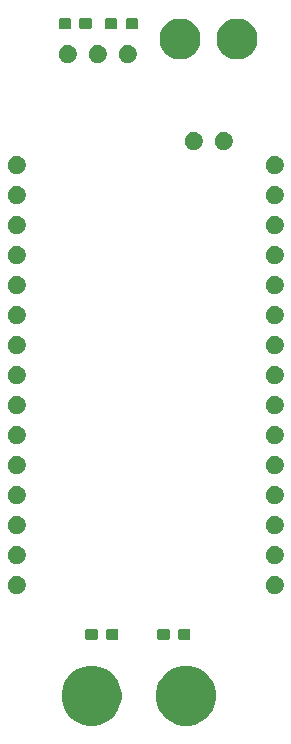
<source format=gbr>
G04 #@! TF.GenerationSoftware,KiCad,Pcbnew,(5.0.0)*
G04 #@! TF.CreationDate,2018-12-19T08:47:06-06:00*
G04 #@! TF.ProjectId,VoltageTransmitter_Hardware,566F6C746167655472616E736D697474,rev?*
G04 #@! TF.SameCoordinates,Original*
G04 #@! TF.FileFunction,Soldermask,Bot*
G04 #@! TF.FilePolarity,Negative*
%FSLAX46Y46*%
G04 Gerber Fmt 4.6, Leading zero omitted, Abs format (unit mm)*
G04 Created by KiCad (PCBNEW (5.0.0)) date 12/19/18 08:47:06*
%MOMM*%
%LPD*%
G01*
G04 APERTURE LIST*
%ADD10C,0.100000*%
G04 APERTURE END LIST*
D10*
G36*
X136248890Y-106244210D02*
X136711140Y-106435680D01*
X137127159Y-106713655D01*
X137480945Y-107067441D01*
X137758920Y-107483460D01*
X137950390Y-107945710D01*
X138048000Y-108436430D01*
X138048000Y-108936770D01*
X137950390Y-109427490D01*
X137758920Y-109889740D01*
X137480945Y-110305759D01*
X137127159Y-110659545D01*
X136711140Y-110937520D01*
X136248890Y-111128990D01*
X135758170Y-111226600D01*
X135257830Y-111226600D01*
X134767110Y-111128990D01*
X134304860Y-110937520D01*
X133888841Y-110659545D01*
X133535055Y-110305759D01*
X133257080Y-109889740D01*
X133065610Y-109427490D01*
X132968000Y-108936770D01*
X132968000Y-108436430D01*
X133065610Y-107945710D01*
X133257080Y-107483460D01*
X133535055Y-107067441D01*
X133888841Y-106713655D01*
X134304860Y-106435680D01*
X134767110Y-106244210D01*
X135257830Y-106146600D01*
X135758170Y-106146600D01*
X136248890Y-106244210D01*
X136248890Y-106244210D01*
G37*
G36*
X128247890Y-106244210D02*
X128710140Y-106435680D01*
X129126159Y-106713655D01*
X129479945Y-107067441D01*
X129757920Y-107483460D01*
X129949390Y-107945710D01*
X130047000Y-108436430D01*
X130047000Y-108936770D01*
X129949390Y-109427490D01*
X129757920Y-109889740D01*
X129479945Y-110305759D01*
X129126159Y-110659545D01*
X128710140Y-110937520D01*
X128247890Y-111128990D01*
X127757170Y-111226600D01*
X127256830Y-111226600D01*
X126766110Y-111128990D01*
X126303860Y-110937520D01*
X125887841Y-110659545D01*
X125534055Y-110305759D01*
X125256080Y-109889740D01*
X125064610Y-109427490D01*
X124967000Y-108936770D01*
X124967000Y-108436430D01*
X125064610Y-107945710D01*
X125256080Y-107483460D01*
X125534055Y-107067441D01*
X125887841Y-106713655D01*
X126303860Y-106435680D01*
X126766110Y-106244210D01*
X127256830Y-106146600D01*
X127757170Y-106146600D01*
X128247890Y-106244210D01*
X128247890Y-106244210D01*
G37*
G36*
X133988024Y-103033955D02*
X134020736Y-103043879D01*
X134050890Y-103059997D01*
X134077316Y-103081684D01*
X134099003Y-103108110D01*
X134115121Y-103138264D01*
X134125045Y-103170976D01*
X134129000Y-103211138D01*
X134129000Y-103798862D01*
X134125045Y-103839024D01*
X134115121Y-103871736D01*
X134099003Y-103901890D01*
X134077316Y-103928316D01*
X134050890Y-103950003D01*
X134020736Y-103966121D01*
X133988024Y-103976045D01*
X133947862Y-103980000D01*
X133260138Y-103980000D01*
X133219976Y-103976045D01*
X133187264Y-103966121D01*
X133157110Y-103950003D01*
X133130684Y-103928316D01*
X133108997Y-103901890D01*
X133092879Y-103871736D01*
X133082955Y-103839024D01*
X133079000Y-103798862D01*
X133079000Y-103211138D01*
X133082955Y-103170976D01*
X133092879Y-103138264D01*
X133108997Y-103108110D01*
X133130684Y-103081684D01*
X133157110Y-103059997D01*
X133187264Y-103043879D01*
X133219976Y-103033955D01*
X133260138Y-103030000D01*
X133947862Y-103030000D01*
X133988024Y-103033955D01*
X133988024Y-103033955D01*
G37*
G36*
X129642024Y-103033955D02*
X129674736Y-103043879D01*
X129704890Y-103059997D01*
X129731316Y-103081684D01*
X129753003Y-103108110D01*
X129769121Y-103138264D01*
X129779045Y-103170976D01*
X129783000Y-103211138D01*
X129783000Y-103798862D01*
X129779045Y-103839024D01*
X129769121Y-103871736D01*
X129753003Y-103901890D01*
X129731316Y-103928316D01*
X129704890Y-103950003D01*
X129674736Y-103966121D01*
X129642024Y-103976045D01*
X129601862Y-103980000D01*
X128914138Y-103980000D01*
X128873976Y-103976045D01*
X128841264Y-103966121D01*
X128811110Y-103950003D01*
X128784684Y-103928316D01*
X128762997Y-103901890D01*
X128746879Y-103871736D01*
X128736955Y-103839024D01*
X128733000Y-103798862D01*
X128733000Y-103211138D01*
X128736955Y-103170976D01*
X128746879Y-103138264D01*
X128762997Y-103108110D01*
X128784684Y-103081684D01*
X128811110Y-103059997D01*
X128841264Y-103043879D01*
X128873976Y-103033955D01*
X128914138Y-103030000D01*
X129601862Y-103030000D01*
X129642024Y-103033955D01*
X129642024Y-103033955D01*
G37*
G36*
X127892024Y-103033955D02*
X127924736Y-103043879D01*
X127954890Y-103059997D01*
X127981316Y-103081684D01*
X128003003Y-103108110D01*
X128019121Y-103138264D01*
X128029045Y-103170976D01*
X128033000Y-103211138D01*
X128033000Y-103798862D01*
X128029045Y-103839024D01*
X128019121Y-103871736D01*
X128003003Y-103901890D01*
X127981316Y-103928316D01*
X127954890Y-103950003D01*
X127924736Y-103966121D01*
X127892024Y-103976045D01*
X127851862Y-103980000D01*
X127164138Y-103980000D01*
X127123976Y-103976045D01*
X127091264Y-103966121D01*
X127061110Y-103950003D01*
X127034684Y-103928316D01*
X127012997Y-103901890D01*
X126996879Y-103871736D01*
X126986955Y-103839024D01*
X126983000Y-103798862D01*
X126983000Y-103211138D01*
X126986955Y-103170976D01*
X126996879Y-103138264D01*
X127012997Y-103108110D01*
X127034684Y-103081684D01*
X127061110Y-103059997D01*
X127091264Y-103043879D01*
X127123976Y-103033955D01*
X127164138Y-103030000D01*
X127851862Y-103030000D01*
X127892024Y-103033955D01*
X127892024Y-103033955D01*
G37*
G36*
X135738024Y-103033955D02*
X135770736Y-103043879D01*
X135800890Y-103059997D01*
X135827316Y-103081684D01*
X135849003Y-103108110D01*
X135865121Y-103138264D01*
X135875045Y-103170976D01*
X135879000Y-103211138D01*
X135879000Y-103798862D01*
X135875045Y-103839024D01*
X135865121Y-103871736D01*
X135849003Y-103901890D01*
X135827316Y-103928316D01*
X135800890Y-103950003D01*
X135770736Y-103966121D01*
X135738024Y-103976045D01*
X135697862Y-103980000D01*
X135010138Y-103980000D01*
X134969976Y-103976045D01*
X134937264Y-103966121D01*
X134907110Y-103950003D01*
X134880684Y-103928316D01*
X134858997Y-103901890D01*
X134842879Y-103871736D01*
X134832955Y-103839024D01*
X134829000Y-103798862D01*
X134829000Y-103211138D01*
X134832955Y-103170976D01*
X134842879Y-103138264D01*
X134858997Y-103108110D01*
X134880684Y-103081684D01*
X134907110Y-103059997D01*
X134937264Y-103043879D01*
X134969976Y-103033955D01*
X135010138Y-103030000D01*
X135697862Y-103030000D01*
X135738024Y-103033955D01*
X135738024Y-103033955D01*
G37*
G36*
X143175195Y-98571522D02*
X143224267Y-98581283D01*
X143362942Y-98638724D01*
X143487750Y-98722118D01*
X143593882Y-98828250D01*
X143677276Y-98953058D01*
X143734717Y-99091734D01*
X143764000Y-99238948D01*
X143764000Y-99389052D01*
X143734717Y-99536266D01*
X143677276Y-99674942D01*
X143593882Y-99799750D01*
X143487750Y-99905882D01*
X143487747Y-99905884D01*
X143362942Y-99989276D01*
X143224267Y-100046717D01*
X143175195Y-100056478D01*
X143077052Y-100076000D01*
X142926948Y-100076000D01*
X142828805Y-100056478D01*
X142779733Y-100046717D01*
X142641058Y-99989276D01*
X142516253Y-99905884D01*
X142516250Y-99905882D01*
X142410118Y-99799750D01*
X142326724Y-99674942D01*
X142269283Y-99536266D01*
X142240000Y-99389052D01*
X142240000Y-99238948D01*
X142269283Y-99091734D01*
X142326724Y-98953058D01*
X142410118Y-98828250D01*
X142516250Y-98722118D01*
X142641058Y-98638724D01*
X142779733Y-98581283D01*
X142828805Y-98571522D01*
X142926948Y-98552000D01*
X143077052Y-98552000D01*
X143175195Y-98571522D01*
X143175195Y-98571522D01*
G37*
G36*
X121331195Y-98571522D02*
X121380267Y-98581283D01*
X121518942Y-98638724D01*
X121643750Y-98722118D01*
X121749882Y-98828250D01*
X121833276Y-98953058D01*
X121890717Y-99091734D01*
X121920000Y-99238948D01*
X121920000Y-99389052D01*
X121890717Y-99536266D01*
X121833276Y-99674942D01*
X121749882Y-99799750D01*
X121643750Y-99905882D01*
X121643747Y-99905884D01*
X121518942Y-99989276D01*
X121380267Y-100046717D01*
X121331195Y-100056478D01*
X121233052Y-100076000D01*
X121082948Y-100076000D01*
X120984805Y-100056478D01*
X120935733Y-100046717D01*
X120797058Y-99989276D01*
X120672253Y-99905884D01*
X120672250Y-99905882D01*
X120566118Y-99799750D01*
X120482724Y-99674942D01*
X120425283Y-99536266D01*
X120396000Y-99389052D01*
X120396000Y-99238948D01*
X120425283Y-99091734D01*
X120482724Y-98953058D01*
X120566118Y-98828250D01*
X120672250Y-98722118D01*
X120797058Y-98638724D01*
X120935733Y-98581283D01*
X120984805Y-98571522D01*
X121082948Y-98552000D01*
X121233052Y-98552000D01*
X121331195Y-98571522D01*
X121331195Y-98571522D01*
G37*
G36*
X143175195Y-96031522D02*
X143224267Y-96041283D01*
X143362942Y-96098724D01*
X143487750Y-96182118D01*
X143593882Y-96288250D01*
X143677276Y-96413058D01*
X143734717Y-96551734D01*
X143764000Y-96698948D01*
X143764000Y-96849052D01*
X143734717Y-96996266D01*
X143677276Y-97134942D01*
X143593882Y-97259750D01*
X143487750Y-97365882D01*
X143487747Y-97365884D01*
X143362942Y-97449276D01*
X143224267Y-97506717D01*
X143175195Y-97516478D01*
X143077052Y-97536000D01*
X142926948Y-97536000D01*
X142828805Y-97516478D01*
X142779733Y-97506717D01*
X142641058Y-97449276D01*
X142516253Y-97365884D01*
X142516250Y-97365882D01*
X142410118Y-97259750D01*
X142326724Y-97134942D01*
X142269283Y-96996266D01*
X142240000Y-96849052D01*
X142240000Y-96698948D01*
X142269283Y-96551734D01*
X142326724Y-96413058D01*
X142410118Y-96288250D01*
X142516250Y-96182118D01*
X142641058Y-96098724D01*
X142779733Y-96041283D01*
X142828805Y-96031522D01*
X142926948Y-96012000D01*
X143077052Y-96012000D01*
X143175195Y-96031522D01*
X143175195Y-96031522D01*
G37*
G36*
X121331195Y-96031522D02*
X121380267Y-96041283D01*
X121518942Y-96098724D01*
X121643750Y-96182118D01*
X121749882Y-96288250D01*
X121833276Y-96413058D01*
X121890717Y-96551734D01*
X121920000Y-96698948D01*
X121920000Y-96849052D01*
X121890717Y-96996266D01*
X121833276Y-97134942D01*
X121749882Y-97259750D01*
X121643750Y-97365882D01*
X121643747Y-97365884D01*
X121518942Y-97449276D01*
X121380267Y-97506717D01*
X121331195Y-97516478D01*
X121233052Y-97536000D01*
X121082948Y-97536000D01*
X120984805Y-97516478D01*
X120935733Y-97506717D01*
X120797058Y-97449276D01*
X120672253Y-97365884D01*
X120672250Y-97365882D01*
X120566118Y-97259750D01*
X120482724Y-97134942D01*
X120425283Y-96996266D01*
X120396000Y-96849052D01*
X120396000Y-96698948D01*
X120425283Y-96551734D01*
X120482724Y-96413058D01*
X120566118Y-96288250D01*
X120672250Y-96182118D01*
X120797058Y-96098724D01*
X120935733Y-96041283D01*
X120984805Y-96031522D01*
X121082948Y-96012000D01*
X121233052Y-96012000D01*
X121331195Y-96031522D01*
X121331195Y-96031522D01*
G37*
G36*
X143175195Y-93491522D02*
X143224267Y-93501283D01*
X143362942Y-93558724D01*
X143487750Y-93642118D01*
X143593882Y-93748250D01*
X143677276Y-93873058D01*
X143734717Y-94011734D01*
X143764000Y-94158948D01*
X143764000Y-94309052D01*
X143734717Y-94456266D01*
X143677276Y-94594942D01*
X143593882Y-94719750D01*
X143487750Y-94825882D01*
X143487747Y-94825884D01*
X143362942Y-94909276D01*
X143224267Y-94966717D01*
X143175195Y-94976478D01*
X143077052Y-94996000D01*
X142926948Y-94996000D01*
X142828805Y-94976478D01*
X142779733Y-94966717D01*
X142641058Y-94909276D01*
X142516253Y-94825884D01*
X142516250Y-94825882D01*
X142410118Y-94719750D01*
X142326724Y-94594942D01*
X142269283Y-94456266D01*
X142240000Y-94309052D01*
X142240000Y-94158948D01*
X142269283Y-94011734D01*
X142326724Y-93873058D01*
X142410118Y-93748250D01*
X142516250Y-93642118D01*
X142641058Y-93558724D01*
X142779733Y-93501283D01*
X142828805Y-93491522D01*
X142926948Y-93472000D01*
X143077052Y-93472000D01*
X143175195Y-93491522D01*
X143175195Y-93491522D01*
G37*
G36*
X121331195Y-93491522D02*
X121380267Y-93501283D01*
X121518942Y-93558724D01*
X121643750Y-93642118D01*
X121749882Y-93748250D01*
X121833276Y-93873058D01*
X121890717Y-94011734D01*
X121920000Y-94158948D01*
X121920000Y-94309052D01*
X121890717Y-94456266D01*
X121833276Y-94594942D01*
X121749882Y-94719750D01*
X121643750Y-94825882D01*
X121643747Y-94825884D01*
X121518942Y-94909276D01*
X121380267Y-94966717D01*
X121331195Y-94976478D01*
X121233052Y-94996000D01*
X121082948Y-94996000D01*
X120984805Y-94976478D01*
X120935733Y-94966717D01*
X120797058Y-94909276D01*
X120672253Y-94825884D01*
X120672250Y-94825882D01*
X120566118Y-94719750D01*
X120482724Y-94594942D01*
X120425283Y-94456266D01*
X120396000Y-94309052D01*
X120396000Y-94158948D01*
X120425283Y-94011734D01*
X120482724Y-93873058D01*
X120566118Y-93748250D01*
X120672250Y-93642118D01*
X120797058Y-93558724D01*
X120935733Y-93501283D01*
X120984805Y-93491522D01*
X121082948Y-93472000D01*
X121233052Y-93472000D01*
X121331195Y-93491522D01*
X121331195Y-93491522D01*
G37*
G36*
X121331195Y-90951522D02*
X121380267Y-90961283D01*
X121518942Y-91018724D01*
X121643750Y-91102118D01*
X121749882Y-91208250D01*
X121833276Y-91333058D01*
X121890717Y-91471734D01*
X121920000Y-91618948D01*
X121920000Y-91769052D01*
X121890717Y-91916266D01*
X121833276Y-92054942D01*
X121749882Y-92179750D01*
X121643750Y-92285882D01*
X121643747Y-92285884D01*
X121518942Y-92369276D01*
X121380267Y-92426717D01*
X121331195Y-92436478D01*
X121233052Y-92456000D01*
X121082948Y-92456000D01*
X120984805Y-92436478D01*
X120935733Y-92426717D01*
X120797058Y-92369276D01*
X120672253Y-92285884D01*
X120672250Y-92285882D01*
X120566118Y-92179750D01*
X120482724Y-92054942D01*
X120425283Y-91916266D01*
X120396000Y-91769052D01*
X120396000Y-91618948D01*
X120425283Y-91471734D01*
X120482724Y-91333058D01*
X120566118Y-91208250D01*
X120672250Y-91102118D01*
X120797058Y-91018724D01*
X120935733Y-90961283D01*
X120984805Y-90951522D01*
X121082948Y-90932000D01*
X121233052Y-90932000D01*
X121331195Y-90951522D01*
X121331195Y-90951522D01*
G37*
G36*
X143175195Y-90951522D02*
X143224267Y-90961283D01*
X143362942Y-91018724D01*
X143487750Y-91102118D01*
X143593882Y-91208250D01*
X143677276Y-91333058D01*
X143734717Y-91471734D01*
X143764000Y-91618948D01*
X143764000Y-91769052D01*
X143734717Y-91916266D01*
X143677276Y-92054942D01*
X143593882Y-92179750D01*
X143487750Y-92285882D01*
X143487747Y-92285884D01*
X143362942Y-92369276D01*
X143224267Y-92426717D01*
X143175195Y-92436478D01*
X143077052Y-92456000D01*
X142926948Y-92456000D01*
X142828805Y-92436478D01*
X142779733Y-92426717D01*
X142641058Y-92369276D01*
X142516253Y-92285884D01*
X142516250Y-92285882D01*
X142410118Y-92179750D01*
X142326724Y-92054942D01*
X142269283Y-91916266D01*
X142240000Y-91769052D01*
X142240000Y-91618948D01*
X142269283Y-91471734D01*
X142326724Y-91333058D01*
X142410118Y-91208250D01*
X142516250Y-91102118D01*
X142641058Y-91018724D01*
X142779733Y-90961283D01*
X142828805Y-90951522D01*
X142926948Y-90932000D01*
X143077052Y-90932000D01*
X143175195Y-90951522D01*
X143175195Y-90951522D01*
G37*
G36*
X121331195Y-88411522D02*
X121380267Y-88421283D01*
X121518942Y-88478724D01*
X121643750Y-88562118D01*
X121749882Y-88668250D01*
X121833276Y-88793058D01*
X121890717Y-88931734D01*
X121920000Y-89078948D01*
X121920000Y-89229052D01*
X121890717Y-89376266D01*
X121833276Y-89514942D01*
X121749882Y-89639750D01*
X121643750Y-89745882D01*
X121643747Y-89745884D01*
X121518942Y-89829276D01*
X121380267Y-89886717D01*
X121331195Y-89896478D01*
X121233052Y-89916000D01*
X121082948Y-89916000D01*
X120984805Y-89896478D01*
X120935733Y-89886717D01*
X120797058Y-89829276D01*
X120672253Y-89745884D01*
X120672250Y-89745882D01*
X120566118Y-89639750D01*
X120482724Y-89514942D01*
X120425283Y-89376266D01*
X120396000Y-89229052D01*
X120396000Y-89078948D01*
X120425283Y-88931734D01*
X120482724Y-88793058D01*
X120566118Y-88668250D01*
X120672250Y-88562118D01*
X120797058Y-88478724D01*
X120935733Y-88421283D01*
X120984805Y-88411522D01*
X121082948Y-88392000D01*
X121233052Y-88392000D01*
X121331195Y-88411522D01*
X121331195Y-88411522D01*
G37*
G36*
X143175195Y-88411522D02*
X143224267Y-88421283D01*
X143362942Y-88478724D01*
X143487750Y-88562118D01*
X143593882Y-88668250D01*
X143677276Y-88793058D01*
X143734717Y-88931734D01*
X143764000Y-89078948D01*
X143764000Y-89229052D01*
X143734717Y-89376266D01*
X143677276Y-89514942D01*
X143593882Y-89639750D01*
X143487750Y-89745882D01*
X143487747Y-89745884D01*
X143362942Y-89829276D01*
X143224267Y-89886717D01*
X143175195Y-89896478D01*
X143077052Y-89916000D01*
X142926948Y-89916000D01*
X142828805Y-89896478D01*
X142779733Y-89886717D01*
X142641058Y-89829276D01*
X142516253Y-89745884D01*
X142516250Y-89745882D01*
X142410118Y-89639750D01*
X142326724Y-89514942D01*
X142269283Y-89376266D01*
X142240000Y-89229052D01*
X142240000Y-89078948D01*
X142269283Y-88931734D01*
X142326724Y-88793058D01*
X142410118Y-88668250D01*
X142516250Y-88562118D01*
X142641058Y-88478724D01*
X142779733Y-88421283D01*
X142828805Y-88411522D01*
X142926948Y-88392000D01*
X143077052Y-88392000D01*
X143175195Y-88411522D01*
X143175195Y-88411522D01*
G37*
G36*
X121331195Y-85871522D02*
X121380267Y-85881283D01*
X121518942Y-85938724D01*
X121643750Y-86022118D01*
X121749882Y-86128250D01*
X121833276Y-86253058D01*
X121890717Y-86391734D01*
X121920000Y-86538948D01*
X121920000Y-86689052D01*
X121890717Y-86836266D01*
X121833276Y-86974942D01*
X121749882Y-87099750D01*
X121643750Y-87205882D01*
X121643747Y-87205884D01*
X121518942Y-87289276D01*
X121380267Y-87346717D01*
X121331195Y-87356478D01*
X121233052Y-87376000D01*
X121082948Y-87376000D01*
X120984805Y-87356478D01*
X120935733Y-87346717D01*
X120797058Y-87289276D01*
X120672253Y-87205884D01*
X120672250Y-87205882D01*
X120566118Y-87099750D01*
X120482724Y-86974942D01*
X120425283Y-86836266D01*
X120396000Y-86689052D01*
X120396000Y-86538948D01*
X120425283Y-86391734D01*
X120482724Y-86253058D01*
X120566118Y-86128250D01*
X120672250Y-86022118D01*
X120797058Y-85938724D01*
X120935733Y-85881283D01*
X120984805Y-85871522D01*
X121082948Y-85852000D01*
X121233052Y-85852000D01*
X121331195Y-85871522D01*
X121331195Y-85871522D01*
G37*
G36*
X143175195Y-85871522D02*
X143224267Y-85881283D01*
X143362942Y-85938724D01*
X143487750Y-86022118D01*
X143593882Y-86128250D01*
X143677276Y-86253058D01*
X143734717Y-86391734D01*
X143764000Y-86538948D01*
X143764000Y-86689052D01*
X143734717Y-86836266D01*
X143677276Y-86974942D01*
X143593882Y-87099750D01*
X143487750Y-87205882D01*
X143487747Y-87205884D01*
X143362942Y-87289276D01*
X143224267Y-87346717D01*
X143175195Y-87356478D01*
X143077052Y-87376000D01*
X142926948Y-87376000D01*
X142828805Y-87356478D01*
X142779733Y-87346717D01*
X142641058Y-87289276D01*
X142516253Y-87205884D01*
X142516250Y-87205882D01*
X142410118Y-87099750D01*
X142326724Y-86974942D01*
X142269283Y-86836266D01*
X142240000Y-86689052D01*
X142240000Y-86538948D01*
X142269283Y-86391734D01*
X142326724Y-86253058D01*
X142410118Y-86128250D01*
X142516250Y-86022118D01*
X142641058Y-85938724D01*
X142779733Y-85881283D01*
X142828805Y-85871522D01*
X142926948Y-85852000D01*
X143077052Y-85852000D01*
X143175195Y-85871522D01*
X143175195Y-85871522D01*
G37*
G36*
X121331195Y-83331522D02*
X121380267Y-83341283D01*
X121518942Y-83398724D01*
X121643750Y-83482118D01*
X121749882Y-83588250D01*
X121833276Y-83713058D01*
X121890717Y-83851734D01*
X121920000Y-83998948D01*
X121920000Y-84149052D01*
X121890717Y-84296266D01*
X121833276Y-84434942D01*
X121749882Y-84559750D01*
X121643750Y-84665882D01*
X121643747Y-84665884D01*
X121518942Y-84749276D01*
X121380267Y-84806717D01*
X121331195Y-84816478D01*
X121233052Y-84836000D01*
X121082948Y-84836000D01*
X120984805Y-84816478D01*
X120935733Y-84806717D01*
X120797058Y-84749276D01*
X120672253Y-84665884D01*
X120672250Y-84665882D01*
X120566118Y-84559750D01*
X120482724Y-84434942D01*
X120425283Y-84296266D01*
X120396000Y-84149052D01*
X120396000Y-83998948D01*
X120425283Y-83851734D01*
X120482724Y-83713058D01*
X120566118Y-83588250D01*
X120672250Y-83482118D01*
X120797058Y-83398724D01*
X120935733Y-83341283D01*
X120984805Y-83331522D01*
X121082948Y-83312000D01*
X121233052Y-83312000D01*
X121331195Y-83331522D01*
X121331195Y-83331522D01*
G37*
G36*
X143175195Y-83331522D02*
X143224267Y-83341283D01*
X143362942Y-83398724D01*
X143487750Y-83482118D01*
X143593882Y-83588250D01*
X143677276Y-83713058D01*
X143734717Y-83851734D01*
X143764000Y-83998948D01*
X143764000Y-84149052D01*
X143734717Y-84296266D01*
X143677276Y-84434942D01*
X143593882Y-84559750D01*
X143487750Y-84665882D01*
X143487747Y-84665884D01*
X143362942Y-84749276D01*
X143224267Y-84806717D01*
X143175195Y-84816478D01*
X143077052Y-84836000D01*
X142926948Y-84836000D01*
X142828805Y-84816478D01*
X142779733Y-84806717D01*
X142641058Y-84749276D01*
X142516253Y-84665884D01*
X142516250Y-84665882D01*
X142410118Y-84559750D01*
X142326724Y-84434942D01*
X142269283Y-84296266D01*
X142240000Y-84149052D01*
X142240000Y-83998948D01*
X142269283Y-83851734D01*
X142326724Y-83713058D01*
X142410118Y-83588250D01*
X142516250Y-83482118D01*
X142641058Y-83398724D01*
X142779733Y-83341283D01*
X142828805Y-83331522D01*
X142926948Y-83312000D01*
X143077052Y-83312000D01*
X143175195Y-83331522D01*
X143175195Y-83331522D01*
G37*
G36*
X121331195Y-80791522D02*
X121380267Y-80801283D01*
X121518942Y-80858724D01*
X121643750Y-80942118D01*
X121749882Y-81048250D01*
X121833276Y-81173058D01*
X121890717Y-81311734D01*
X121920000Y-81458948D01*
X121920000Y-81609052D01*
X121890717Y-81756266D01*
X121833276Y-81894942D01*
X121749882Y-82019750D01*
X121643750Y-82125882D01*
X121643747Y-82125884D01*
X121518942Y-82209276D01*
X121380267Y-82266717D01*
X121331195Y-82276478D01*
X121233052Y-82296000D01*
X121082948Y-82296000D01*
X120984805Y-82276478D01*
X120935733Y-82266717D01*
X120797058Y-82209276D01*
X120672253Y-82125884D01*
X120672250Y-82125882D01*
X120566118Y-82019750D01*
X120482724Y-81894942D01*
X120425283Y-81756266D01*
X120396000Y-81609052D01*
X120396000Y-81458948D01*
X120425283Y-81311734D01*
X120482724Y-81173058D01*
X120566118Y-81048250D01*
X120672250Y-80942118D01*
X120797058Y-80858724D01*
X120935733Y-80801283D01*
X120984805Y-80791522D01*
X121082948Y-80772000D01*
X121233052Y-80772000D01*
X121331195Y-80791522D01*
X121331195Y-80791522D01*
G37*
G36*
X143175195Y-80791522D02*
X143224267Y-80801283D01*
X143362942Y-80858724D01*
X143487750Y-80942118D01*
X143593882Y-81048250D01*
X143677276Y-81173058D01*
X143734717Y-81311734D01*
X143764000Y-81458948D01*
X143764000Y-81609052D01*
X143734717Y-81756266D01*
X143677276Y-81894942D01*
X143593882Y-82019750D01*
X143487750Y-82125882D01*
X143487747Y-82125884D01*
X143362942Y-82209276D01*
X143224267Y-82266717D01*
X143175195Y-82276478D01*
X143077052Y-82296000D01*
X142926948Y-82296000D01*
X142828805Y-82276478D01*
X142779733Y-82266717D01*
X142641058Y-82209276D01*
X142516253Y-82125884D01*
X142516250Y-82125882D01*
X142410118Y-82019750D01*
X142326724Y-81894942D01*
X142269283Y-81756266D01*
X142240000Y-81609052D01*
X142240000Y-81458948D01*
X142269283Y-81311734D01*
X142326724Y-81173058D01*
X142410118Y-81048250D01*
X142516250Y-80942118D01*
X142641058Y-80858724D01*
X142779733Y-80801283D01*
X142828805Y-80791522D01*
X142926948Y-80772000D01*
X143077052Y-80772000D01*
X143175195Y-80791522D01*
X143175195Y-80791522D01*
G37*
G36*
X121331195Y-78251522D02*
X121380267Y-78261283D01*
X121518942Y-78318724D01*
X121643750Y-78402118D01*
X121749882Y-78508250D01*
X121833276Y-78633058D01*
X121890717Y-78771734D01*
X121920000Y-78918948D01*
X121920000Y-79069052D01*
X121890717Y-79216266D01*
X121833276Y-79354942D01*
X121749882Y-79479750D01*
X121643750Y-79585882D01*
X121643747Y-79585884D01*
X121518942Y-79669276D01*
X121380267Y-79726717D01*
X121331195Y-79736478D01*
X121233052Y-79756000D01*
X121082948Y-79756000D01*
X120984805Y-79736478D01*
X120935733Y-79726717D01*
X120797058Y-79669276D01*
X120672253Y-79585884D01*
X120672250Y-79585882D01*
X120566118Y-79479750D01*
X120482724Y-79354942D01*
X120425283Y-79216266D01*
X120396000Y-79069052D01*
X120396000Y-78918948D01*
X120425283Y-78771734D01*
X120482724Y-78633058D01*
X120566118Y-78508250D01*
X120672250Y-78402118D01*
X120797058Y-78318724D01*
X120935733Y-78261283D01*
X120984805Y-78251522D01*
X121082948Y-78232000D01*
X121233052Y-78232000D01*
X121331195Y-78251522D01*
X121331195Y-78251522D01*
G37*
G36*
X143175195Y-78251522D02*
X143224267Y-78261283D01*
X143362942Y-78318724D01*
X143487750Y-78402118D01*
X143593882Y-78508250D01*
X143677276Y-78633058D01*
X143734717Y-78771734D01*
X143764000Y-78918948D01*
X143764000Y-79069052D01*
X143734717Y-79216266D01*
X143677276Y-79354942D01*
X143593882Y-79479750D01*
X143487750Y-79585882D01*
X143487747Y-79585884D01*
X143362942Y-79669276D01*
X143224267Y-79726717D01*
X143175195Y-79736478D01*
X143077052Y-79756000D01*
X142926948Y-79756000D01*
X142828805Y-79736478D01*
X142779733Y-79726717D01*
X142641058Y-79669276D01*
X142516253Y-79585884D01*
X142516250Y-79585882D01*
X142410118Y-79479750D01*
X142326724Y-79354942D01*
X142269283Y-79216266D01*
X142240000Y-79069052D01*
X142240000Y-78918948D01*
X142269283Y-78771734D01*
X142326724Y-78633058D01*
X142410118Y-78508250D01*
X142516250Y-78402118D01*
X142641058Y-78318724D01*
X142779733Y-78261283D01*
X142828805Y-78251522D01*
X142926948Y-78232000D01*
X143077052Y-78232000D01*
X143175195Y-78251522D01*
X143175195Y-78251522D01*
G37*
G36*
X121331195Y-75711522D02*
X121380267Y-75721283D01*
X121518942Y-75778724D01*
X121643750Y-75862118D01*
X121749882Y-75968250D01*
X121833276Y-76093058D01*
X121890717Y-76231734D01*
X121920000Y-76378948D01*
X121920000Y-76529052D01*
X121890717Y-76676266D01*
X121833276Y-76814942D01*
X121749882Y-76939750D01*
X121643750Y-77045882D01*
X121643747Y-77045884D01*
X121518942Y-77129276D01*
X121380267Y-77186717D01*
X121331195Y-77196478D01*
X121233052Y-77216000D01*
X121082948Y-77216000D01*
X120984805Y-77196478D01*
X120935733Y-77186717D01*
X120797058Y-77129276D01*
X120672253Y-77045884D01*
X120672250Y-77045882D01*
X120566118Y-76939750D01*
X120482724Y-76814942D01*
X120425283Y-76676266D01*
X120396000Y-76529052D01*
X120396000Y-76378948D01*
X120425283Y-76231734D01*
X120482724Y-76093058D01*
X120566118Y-75968250D01*
X120672250Y-75862118D01*
X120797058Y-75778724D01*
X120935733Y-75721283D01*
X120984805Y-75711522D01*
X121082948Y-75692000D01*
X121233052Y-75692000D01*
X121331195Y-75711522D01*
X121331195Y-75711522D01*
G37*
G36*
X143175195Y-75711522D02*
X143224267Y-75721283D01*
X143362942Y-75778724D01*
X143487750Y-75862118D01*
X143593882Y-75968250D01*
X143677276Y-76093058D01*
X143734717Y-76231734D01*
X143764000Y-76378948D01*
X143764000Y-76529052D01*
X143734717Y-76676266D01*
X143677276Y-76814942D01*
X143593882Y-76939750D01*
X143487750Y-77045882D01*
X143487747Y-77045884D01*
X143362942Y-77129276D01*
X143224267Y-77186717D01*
X143175195Y-77196478D01*
X143077052Y-77216000D01*
X142926948Y-77216000D01*
X142828805Y-77196478D01*
X142779733Y-77186717D01*
X142641058Y-77129276D01*
X142516253Y-77045884D01*
X142516250Y-77045882D01*
X142410118Y-76939750D01*
X142326724Y-76814942D01*
X142269283Y-76676266D01*
X142240000Y-76529052D01*
X142240000Y-76378948D01*
X142269283Y-76231734D01*
X142326724Y-76093058D01*
X142410118Y-75968250D01*
X142516250Y-75862118D01*
X142641058Y-75778724D01*
X142779733Y-75721283D01*
X142828805Y-75711522D01*
X142926948Y-75692000D01*
X143077052Y-75692000D01*
X143175195Y-75711522D01*
X143175195Y-75711522D01*
G37*
G36*
X121331195Y-73171522D02*
X121380267Y-73181283D01*
X121518942Y-73238724D01*
X121643750Y-73322118D01*
X121749882Y-73428250D01*
X121833276Y-73553058D01*
X121890717Y-73691734D01*
X121920000Y-73838948D01*
X121920000Y-73989052D01*
X121890717Y-74136266D01*
X121833276Y-74274942D01*
X121749882Y-74399750D01*
X121643750Y-74505882D01*
X121643747Y-74505884D01*
X121518942Y-74589276D01*
X121380267Y-74646717D01*
X121331195Y-74656478D01*
X121233052Y-74676000D01*
X121082948Y-74676000D01*
X120984805Y-74656478D01*
X120935733Y-74646717D01*
X120797058Y-74589276D01*
X120672253Y-74505884D01*
X120672250Y-74505882D01*
X120566118Y-74399750D01*
X120482724Y-74274942D01*
X120425283Y-74136266D01*
X120396000Y-73989052D01*
X120396000Y-73838948D01*
X120425283Y-73691734D01*
X120482724Y-73553058D01*
X120566118Y-73428250D01*
X120672250Y-73322118D01*
X120797058Y-73238724D01*
X120935733Y-73181283D01*
X120984805Y-73171522D01*
X121082948Y-73152000D01*
X121233052Y-73152000D01*
X121331195Y-73171522D01*
X121331195Y-73171522D01*
G37*
G36*
X143175195Y-73171522D02*
X143224267Y-73181283D01*
X143362942Y-73238724D01*
X143487750Y-73322118D01*
X143593882Y-73428250D01*
X143677276Y-73553058D01*
X143734717Y-73691734D01*
X143764000Y-73838948D01*
X143764000Y-73989052D01*
X143734717Y-74136266D01*
X143677276Y-74274942D01*
X143593882Y-74399750D01*
X143487750Y-74505882D01*
X143487747Y-74505884D01*
X143362942Y-74589276D01*
X143224267Y-74646717D01*
X143175195Y-74656478D01*
X143077052Y-74676000D01*
X142926948Y-74676000D01*
X142828805Y-74656478D01*
X142779733Y-74646717D01*
X142641058Y-74589276D01*
X142516253Y-74505884D01*
X142516250Y-74505882D01*
X142410118Y-74399750D01*
X142326724Y-74274942D01*
X142269283Y-74136266D01*
X142240000Y-73989052D01*
X142240000Y-73838948D01*
X142269283Y-73691734D01*
X142326724Y-73553058D01*
X142410118Y-73428250D01*
X142516250Y-73322118D01*
X142641058Y-73238724D01*
X142779733Y-73181283D01*
X142828805Y-73171522D01*
X142926948Y-73152000D01*
X143077052Y-73152000D01*
X143175195Y-73171522D01*
X143175195Y-73171522D01*
G37*
G36*
X121331195Y-70631522D02*
X121380267Y-70641283D01*
X121518942Y-70698724D01*
X121643750Y-70782118D01*
X121749882Y-70888250D01*
X121833276Y-71013058D01*
X121890717Y-71151734D01*
X121920000Y-71298948D01*
X121920000Y-71449052D01*
X121890717Y-71596266D01*
X121833276Y-71734942D01*
X121749882Y-71859750D01*
X121643750Y-71965882D01*
X121643747Y-71965884D01*
X121518942Y-72049276D01*
X121380267Y-72106717D01*
X121331195Y-72116478D01*
X121233052Y-72136000D01*
X121082948Y-72136000D01*
X120984805Y-72116478D01*
X120935733Y-72106717D01*
X120797058Y-72049276D01*
X120672253Y-71965884D01*
X120672250Y-71965882D01*
X120566118Y-71859750D01*
X120482724Y-71734942D01*
X120425283Y-71596266D01*
X120396000Y-71449052D01*
X120396000Y-71298948D01*
X120425283Y-71151734D01*
X120482724Y-71013058D01*
X120566118Y-70888250D01*
X120672250Y-70782118D01*
X120797058Y-70698724D01*
X120935733Y-70641283D01*
X120984805Y-70631522D01*
X121082948Y-70612000D01*
X121233052Y-70612000D01*
X121331195Y-70631522D01*
X121331195Y-70631522D01*
G37*
G36*
X143175195Y-70631522D02*
X143224267Y-70641283D01*
X143362942Y-70698724D01*
X143487750Y-70782118D01*
X143593882Y-70888250D01*
X143677276Y-71013058D01*
X143734717Y-71151734D01*
X143764000Y-71298948D01*
X143764000Y-71449052D01*
X143734717Y-71596266D01*
X143677276Y-71734942D01*
X143593882Y-71859750D01*
X143487750Y-71965882D01*
X143487747Y-71965884D01*
X143362942Y-72049276D01*
X143224267Y-72106717D01*
X143175195Y-72116478D01*
X143077052Y-72136000D01*
X142926948Y-72136000D01*
X142828805Y-72116478D01*
X142779733Y-72106717D01*
X142641058Y-72049276D01*
X142516253Y-71965884D01*
X142516250Y-71965882D01*
X142410118Y-71859750D01*
X142326724Y-71734942D01*
X142269283Y-71596266D01*
X142240000Y-71449052D01*
X142240000Y-71298948D01*
X142269283Y-71151734D01*
X142326724Y-71013058D01*
X142410118Y-70888250D01*
X142516250Y-70782118D01*
X142641058Y-70698724D01*
X142779733Y-70641283D01*
X142828805Y-70631522D01*
X142926948Y-70612000D01*
X143077052Y-70612000D01*
X143175195Y-70631522D01*
X143175195Y-70631522D01*
G37*
G36*
X121331195Y-68091522D02*
X121380267Y-68101283D01*
X121518942Y-68158724D01*
X121643750Y-68242118D01*
X121749882Y-68348250D01*
X121833276Y-68473058D01*
X121890717Y-68611734D01*
X121920000Y-68758948D01*
X121920000Y-68909052D01*
X121890717Y-69056266D01*
X121833276Y-69194942D01*
X121749882Y-69319750D01*
X121643750Y-69425882D01*
X121643747Y-69425884D01*
X121518942Y-69509276D01*
X121380267Y-69566717D01*
X121331195Y-69576478D01*
X121233052Y-69596000D01*
X121082948Y-69596000D01*
X120984805Y-69576478D01*
X120935733Y-69566717D01*
X120797058Y-69509276D01*
X120672253Y-69425884D01*
X120672250Y-69425882D01*
X120566118Y-69319750D01*
X120482724Y-69194942D01*
X120425283Y-69056266D01*
X120396000Y-68909052D01*
X120396000Y-68758948D01*
X120425283Y-68611734D01*
X120482724Y-68473058D01*
X120566118Y-68348250D01*
X120672250Y-68242118D01*
X120797058Y-68158724D01*
X120935733Y-68101283D01*
X120984805Y-68091522D01*
X121082948Y-68072000D01*
X121233052Y-68072000D01*
X121331195Y-68091522D01*
X121331195Y-68091522D01*
G37*
G36*
X143175195Y-68091522D02*
X143224267Y-68101283D01*
X143362942Y-68158724D01*
X143487750Y-68242118D01*
X143593882Y-68348250D01*
X143677276Y-68473058D01*
X143734717Y-68611734D01*
X143764000Y-68758948D01*
X143764000Y-68909052D01*
X143734717Y-69056266D01*
X143677276Y-69194942D01*
X143593882Y-69319750D01*
X143487750Y-69425882D01*
X143487747Y-69425884D01*
X143362942Y-69509276D01*
X143224267Y-69566717D01*
X143175195Y-69576478D01*
X143077052Y-69596000D01*
X142926948Y-69596000D01*
X142828805Y-69576478D01*
X142779733Y-69566717D01*
X142641058Y-69509276D01*
X142516253Y-69425884D01*
X142516250Y-69425882D01*
X142410118Y-69319750D01*
X142326724Y-69194942D01*
X142269283Y-69056266D01*
X142240000Y-68909052D01*
X142240000Y-68758948D01*
X142269283Y-68611734D01*
X142326724Y-68473058D01*
X142410118Y-68348250D01*
X142516250Y-68242118D01*
X142641058Y-68158724D01*
X142779733Y-68101283D01*
X142828805Y-68091522D01*
X142926948Y-68072000D01*
X143077052Y-68072000D01*
X143175195Y-68091522D01*
X143175195Y-68091522D01*
G37*
G36*
X143175195Y-65551522D02*
X143224267Y-65561283D01*
X143362942Y-65618724D01*
X143487750Y-65702118D01*
X143593882Y-65808250D01*
X143677276Y-65933058D01*
X143734717Y-66071734D01*
X143764000Y-66218948D01*
X143764000Y-66369052D01*
X143734717Y-66516266D01*
X143677276Y-66654942D01*
X143593882Y-66779750D01*
X143487750Y-66885882D01*
X143487747Y-66885884D01*
X143362942Y-66969276D01*
X143224267Y-67026717D01*
X143175195Y-67036478D01*
X143077052Y-67056000D01*
X142926948Y-67056000D01*
X142828805Y-67036478D01*
X142779733Y-67026717D01*
X142641058Y-66969276D01*
X142516253Y-66885884D01*
X142516250Y-66885882D01*
X142410118Y-66779750D01*
X142326724Y-66654942D01*
X142269283Y-66516266D01*
X142240000Y-66369052D01*
X142240000Y-66218948D01*
X142269283Y-66071734D01*
X142326724Y-65933058D01*
X142410118Y-65808250D01*
X142516250Y-65702118D01*
X142641058Y-65618724D01*
X142779733Y-65561283D01*
X142828805Y-65551522D01*
X142926948Y-65532000D01*
X143077052Y-65532000D01*
X143175195Y-65551522D01*
X143175195Y-65551522D01*
G37*
G36*
X121331195Y-65551522D02*
X121380267Y-65561283D01*
X121518942Y-65618724D01*
X121643750Y-65702118D01*
X121749882Y-65808250D01*
X121833276Y-65933058D01*
X121890717Y-66071734D01*
X121920000Y-66218948D01*
X121920000Y-66369052D01*
X121890717Y-66516266D01*
X121833276Y-66654942D01*
X121749882Y-66779750D01*
X121643750Y-66885882D01*
X121643747Y-66885884D01*
X121518942Y-66969276D01*
X121380267Y-67026717D01*
X121331195Y-67036478D01*
X121233052Y-67056000D01*
X121082948Y-67056000D01*
X120984805Y-67036478D01*
X120935733Y-67026717D01*
X120797058Y-66969276D01*
X120672253Y-66885884D01*
X120672250Y-66885882D01*
X120566118Y-66779750D01*
X120482724Y-66654942D01*
X120425283Y-66516266D01*
X120396000Y-66369052D01*
X120396000Y-66218948D01*
X120425283Y-66071734D01*
X120482724Y-65933058D01*
X120566118Y-65808250D01*
X120672250Y-65702118D01*
X120797058Y-65618724D01*
X120935733Y-65561283D01*
X120984805Y-65551522D01*
X121082948Y-65532000D01*
X121233052Y-65532000D01*
X121331195Y-65551522D01*
X121331195Y-65551522D01*
G37*
G36*
X143175195Y-63011522D02*
X143224267Y-63021283D01*
X143362942Y-63078724D01*
X143487750Y-63162118D01*
X143593882Y-63268250D01*
X143677276Y-63393058D01*
X143734717Y-63531734D01*
X143764000Y-63678948D01*
X143764000Y-63829052D01*
X143734717Y-63976266D01*
X143677276Y-64114942D01*
X143593882Y-64239750D01*
X143487750Y-64345882D01*
X143487747Y-64345884D01*
X143362942Y-64429276D01*
X143224267Y-64486717D01*
X143175195Y-64496478D01*
X143077052Y-64516000D01*
X142926948Y-64516000D01*
X142828805Y-64496478D01*
X142779733Y-64486717D01*
X142641058Y-64429276D01*
X142516253Y-64345884D01*
X142516250Y-64345882D01*
X142410118Y-64239750D01*
X142326724Y-64114942D01*
X142269283Y-63976266D01*
X142240000Y-63829052D01*
X142240000Y-63678948D01*
X142269283Y-63531734D01*
X142326724Y-63393058D01*
X142410118Y-63268250D01*
X142516250Y-63162118D01*
X142641058Y-63078724D01*
X142779733Y-63021283D01*
X142828805Y-63011522D01*
X142926948Y-62992000D01*
X143077052Y-62992000D01*
X143175195Y-63011522D01*
X143175195Y-63011522D01*
G37*
G36*
X121331195Y-63011522D02*
X121380267Y-63021283D01*
X121518942Y-63078724D01*
X121643750Y-63162118D01*
X121749882Y-63268250D01*
X121833276Y-63393058D01*
X121890717Y-63531734D01*
X121920000Y-63678948D01*
X121920000Y-63829052D01*
X121890717Y-63976266D01*
X121833276Y-64114942D01*
X121749882Y-64239750D01*
X121643750Y-64345882D01*
X121643747Y-64345884D01*
X121518942Y-64429276D01*
X121380267Y-64486717D01*
X121331195Y-64496478D01*
X121233052Y-64516000D01*
X121082948Y-64516000D01*
X120984805Y-64496478D01*
X120935733Y-64486717D01*
X120797058Y-64429276D01*
X120672253Y-64345884D01*
X120672250Y-64345882D01*
X120566118Y-64239750D01*
X120482724Y-64114942D01*
X120425283Y-63976266D01*
X120396000Y-63829052D01*
X120396000Y-63678948D01*
X120425283Y-63531734D01*
X120482724Y-63393058D01*
X120566118Y-63268250D01*
X120672250Y-63162118D01*
X120797058Y-63078724D01*
X120935733Y-63021283D01*
X120984805Y-63011522D01*
X121082948Y-62992000D01*
X121233052Y-62992000D01*
X121331195Y-63011522D01*
X121331195Y-63011522D01*
G37*
G36*
X138857195Y-60979522D02*
X138906267Y-60989283D01*
X139044942Y-61046724D01*
X139169750Y-61130118D01*
X139275882Y-61236250D01*
X139359276Y-61361058D01*
X139416717Y-61499734D01*
X139446000Y-61646948D01*
X139446000Y-61797052D01*
X139416717Y-61944266D01*
X139359276Y-62082942D01*
X139275882Y-62207750D01*
X139169750Y-62313882D01*
X139169747Y-62313884D01*
X139044942Y-62397276D01*
X138906267Y-62454717D01*
X138857195Y-62464478D01*
X138759052Y-62484000D01*
X138608948Y-62484000D01*
X138510805Y-62464478D01*
X138461733Y-62454717D01*
X138323058Y-62397276D01*
X138198253Y-62313884D01*
X138198250Y-62313882D01*
X138092118Y-62207750D01*
X138008724Y-62082942D01*
X137951283Y-61944266D01*
X137922000Y-61797052D01*
X137922000Y-61646948D01*
X137951283Y-61499734D01*
X138008724Y-61361058D01*
X138092118Y-61236250D01*
X138198250Y-61130118D01*
X138323058Y-61046724D01*
X138461733Y-60989283D01*
X138510805Y-60979522D01*
X138608948Y-60960000D01*
X138759052Y-60960000D01*
X138857195Y-60979522D01*
X138857195Y-60979522D01*
G37*
G36*
X136317195Y-60979522D02*
X136366267Y-60989283D01*
X136504942Y-61046724D01*
X136629750Y-61130118D01*
X136735882Y-61236250D01*
X136819276Y-61361058D01*
X136876717Y-61499734D01*
X136906000Y-61646948D01*
X136906000Y-61797052D01*
X136876717Y-61944266D01*
X136819276Y-62082942D01*
X136735882Y-62207750D01*
X136629750Y-62313882D01*
X136629747Y-62313884D01*
X136504942Y-62397276D01*
X136366267Y-62454717D01*
X136317195Y-62464478D01*
X136219052Y-62484000D01*
X136068948Y-62484000D01*
X135970805Y-62464478D01*
X135921733Y-62454717D01*
X135783058Y-62397276D01*
X135658253Y-62313884D01*
X135658250Y-62313882D01*
X135552118Y-62207750D01*
X135468724Y-62082942D01*
X135411283Y-61944266D01*
X135382000Y-61797052D01*
X135382000Y-61646948D01*
X135411283Y-61499734D01*
X135468724Y-61361058D01*
X135552118Y-61236250D01*
X135658250Y-61130118D01*
X135783058Y-61046724D01*
X135921733Y-60989283D01*
X135970805Y-60979522D01*
X136068948Y-60960000D01*
X136219052Y-60960000D01*
X136317195Y-60979522D01*
X136317195Y-60979522D01*
G37*
G36*
X125649195Y-53613522D02*
X125698267Y-53623283D01*
X125836942Y-53680724D01*
X125961750Y-53764118D01*
X126067882Y-53870250D01*
X126067884Y-53870253D01*
X126151276Y-53995058D01*
X126208717Y-54133733D01*
X126238000Y-54280950D01*
X126238000Y-54431050D01*
X126208717Y-54578267D01*
X126193636Y-54614676D01*
X126151276Y-54716942D01*
X126067882Y-54841750D01*
X125961750Y-54947882D01*
X125961747Y-54947884D01*
X125836942Y-55031276D01*
X125698267Y-55088717D01*
X125649195Y-55098478D01*
X125551052Y-55118000D01*
X125400948Y-55118000D01*
X125302805Y-55098478D01*
X125253733Y-55088717D01*
X125115058Y-55031276D01*
X124990253Y-54947884D01*
X124990250Y-54947882D01*
X124884118Y-54841750D01*
X124800724Y-54716942D01*
X124758364Y-54614676D01*
X124743283Y-54578267D01*
X124714000Y-54431050D01*
X124714000Y-54280950D01*
X124743283Y-54133733D01*
X124800724Y-53995058D01*
X124884116Y-53870253D01*
X124884118Y-53870250D01*
X124990250Y-53764118D01*
X125115058Y-53680724D01*
X125253733Y-53623283D01*
X125302805Y-53613522D01*
X125400948Y-53594000D01*
X125551052Y-53594000D01*
X125649195Y-53613522D01*
X125649195Y-53613522D01*
G37*
G36*
X130729195Y-53613522D02*
X130778267Y-53623283D01*
X130916942Y-53680724D01*
X131041750Y-53764118D01*
X131147882Y-53870250D01*
X131147884Y-53870253D01*
X131231276Y-53995058D01*
X131288717Y-54133733D01*
X131318000Y-54280950D01*
X131318000Y-54431050D01*
X131288717Y-54578267D01*
X131273636Y-54614676D01*
X131231276Y-54716942D01*
X131147882Y-54841750D01*
X131041750Y-54947882D01*
X131041747Y-54947884D01*
X130916942Y-55031276D01*
X130778267Y-55088717D01*
X130729195Y-55098478D01*
X130631052Y-55118000D01*
X130480948Y-55118000D01*
X130382805Y-55098478D01*
X130333733Y-55088717D01*
X130195058Y-55031276D01*
X130070253Y-54947884D01*
X130070250Y-54947882D01*
X129964118Y-54841750D01*
X129880724Y-54716942D01*
X129838364Y-54614676D01*
X129823283Y-54578267D01*
X129794000Y-54431050D01*
X129794000Y-54280950D01*
X129823283Y-54133733D01*
X129880724Y-53995058D01*
X129964116Y-53870253D01*
X129964118Y-53870250D01*
X130070250Y-53764118D01*
X130195058Y-53680724D01*
X130333733Y-53623283D01*
X130382805Y-53613522D01*
X130480948Y-53594000D01*
X130631052Y-53594000D01*
X130729195Y-53613522D01*
X130729195Y-53613522D01*
G37*
G36*
X128189195Y-53613522D02*
X128238267Y-53623283D01*
X128376942Y-53680724D01*
X128501750Y-53764118D01*
X128607882Y-53870250D01*
X128607884Y-53870253D01*
X128691276Y-53995058D01*
X128748717Y-54133733D01*
X128778000Y-54280950D01*
X128778000Y-54431050D01*
X128748717Y-54578267D01*
X128733636Y-54614676D01*
X128691276Y-54716942D01*
X128607882Y-54841750D01*
X128501750Y-54947882D01*
X128501747Y-54947884D01*
X128376942Y-55031276D01*
X128238267Y-55088717D01*
X128189195Y-55098478D01*
X128091052Y-55118000D01*
X127940948Y-55118000D01*
X127842805Y-55098478D01*
X127793733Y-55088717D01*
X127655058Y-55031276D01*
X127530253Y-54947884D01*
X127530250Y-54947882D01*
X127424118Y-54841750D01*
X127340724Y-54716942D01*
X127298364Y-54614676D01*
X127283283Y-54578267D01*
X127254000Y-54431050D01*
X127254000Y-54280950D01*
X127283283Y-54133733D01*
X127340724Y-53995058D01*
X127424116Y-53870253D01*
X127424118Y-53870250D01*
X127530250Y-53764118D01*
X127655058Y-53680724D01*
X127793733Y-53623283D01*
X127842805Y-53613522D01*
X127940948Y-53594000D01*
X128091052Y-53594000D01*
X128189195Y-53613522D01*
X128189195Y-53613522D01*
G37*
G36*
X135207816Y-51368343D02*
X135504164Y-51427290D01*
X135818094Y-51557324D01*
X136100624Y-51746105D01*
X136340895Y-51986376D01*
X136529676Y-52268906D01*
X136659710Y-52582836D01*
X136718657Y-52879184D01*
X136725205Y-52912102D01*
X136726000Y-52916102D01*
X136726000Y-53255898D01*
X136659710Y-53589164D01*
X136529676Y-53903094D01*
X136340895Y-54185624D01*
X136100624Y-54425895D01*
X135818094Y-54614676D01*
X135504164Y-54744710D01*
X135207816Y-54803657D01*
X135170899Y-54811000D01*
X134831101Y-54811000D01*
X134794184Y-54803657D01*
X134497836Y-54744710D01*
X134183906Y-54614676D01*
X133901376Y-54425895D01*
X133661105Y-54185624D01*
X133472324Y-53903094D01*
X133342290Y-53589164D01*
X133276000Y-53255898D01*
X133276000Y-52916102D01*
X133276796Y-52912102D01*
X133283343Y-52879184D01*
X133342290Y-52582836D01*
X133472324Y-52268906D01*
X133661105Y-51986376D01*
X133901376Y-51746105D01*
X134183906Y-51557324D01*
X134497836Y-51427290D01*
X134794184Y-51368343D01*
X134831101Y-51361000D01*
X135170899Y-51361000D01*
X135207816Y-51368343D01*
X135207816Y-51368343D01*
G37*
G36*
X140019008Y-51361000D02*
X140332164Y-51423290D01*
X140646094Y-51553324D01*
X140928624Y-51742105D01*
X141168895Y-51982376D01*
X141357676Y-52264906D01*
X141487710Y-52578836D01*
X141546657Y-52875184D01*
X141554000Y-52912101D01*
X141554000Y-53251899D01*
X141553204Y-53255899D01*
X141487710Y-53585164D01*
X141357676Y-53899094D01*
X141168895Y-54181624D01*
X140928624Y-54421895D01*
X140646094Y-54610676D01*
X140332164Y-54740710D01*
X140035816Y-54799657D01*
X139998899Y-54807000D01*
X139659101Y-54807000D01*
X139622184Y-54799657D01*
X139325836Y-54740710D01*
X139011906Y-54610676D01*
X138729376Y-54421895D01*
X138489105Y-54181624D01*
X138300324Y-53899094D01*
X138170290Y-53585164D01*
X138104796Y-53255899D01*
X138104000Y-53251899D01*
X138104000Y-52912101D01*
X138111343Y-52875184D01*
X138170290Y-52578836D01*
X138300324Y-52264906D01*
X138489105Y-51982376D01*
X138729376Y-51742105D01*
X139011906Y-51553324D01*
X139325836Y-51423290D01*
X139638992Y-51361000D01*
X139659101Y-51357000D01*
X139998899Y-51357000D01*
X140019008Y-51361000D01*
X140019008Y-51361000D01*
G37*
G36*
X127378657Y-51324290D02*
X127411369Y-51334214D01*
X127441523Y-51350332D01*
X127467949Y-51372019D01*
X127489636Y-51398445D01*
X127505754Y-51428599D01*
X127515678Y-51461311D01*
X127519633Y-51501473D01*
X127519633Y-52089197D01*
X127515678Y-52129359D01*
X127505754Y-52162071D01*
X127489636Y-52192225D01*
X127467949Y-52218651D01*
X127441523Y-52240338D01*
X127411369Y-52256456D01*
X127378657Y-52266380D01*
X127338495Y-52270335D01*
X126650771Y-52270335D01*
X126610609Y-52266380D01*
X126577897Y-52256456D01*
X126547743Y-52240338D01*
X126521317Y-52218651D01*
X126499630Y-52192225D01*
X126483512Y-52162071D01*
X126473588Y-52129359D01*
X126469633Y-52089197D01*
X126469633Y-51501473D01*
X126473588Y-51461311D01*
X126483512Y-51428599D01*
X126499630Y-51398445D01*
X126521317Y-51372019D01*
X126547743Y-51350332D01*
X126577897Y-51334214D01*
X126610609Y-51324290D01*
X126650771Y-51320335D01*
X127338495Y-51320335D01*
X127378657Y-51324290D01*
X127378657Y-51324290D01*
G37*
G36*
X125628657Y-51324290D02*
X125661369Y-51334214D01*
X125691523Y-51350332D01*
X125717949Y-51372019D01*
X125739636Y-51398445D01*
X125755754Y-51428599D01*
X125765678Y-51461311D01*
X125769633Y-51501473D01*
X125769633Y-52089197D01*
X125765678Y-52129359D01*
X125755754Y-52162071D01*
X125739636Y-52192225D01*
X125717949Y-52218651D01*
X125691523Y-52240338D01*
X125661369Y-52256456D01*
X125628657Y-52266380D01*
X125588495Y-52270335D01*
X124900771Y-52270335D01*
X124860609Y-52266380D01*
X124827897Y-52256456D01*
X124797743Y-52240338D01*
X124771317Y-52218651D01*
X124749630Y-52192225D01*
X124733512Y-52162071D01*
X124723588Y-52129359D01*
X124719633Y-52089197D01*
X124719633Y-51501473D01*
X124723588Y-51461311D01*
X124733512Y-51428599D01*
X124749630Y-51398445D01*
X124771317Y-51372019D01*
X124797743Y-51350332D01*
X124827897Y-51334214D01*
X124860609Y-51324290D01*
X124900771Y-51320335D01*
X125588495Y-51320335D01*
X125628657Y-51324290D01*
X125628657Y-51324290D01*
G37*
G36*
X129551657Y-51324290D02*
X129584369Y-51334214D01*
X129614523Y-51350332D01*
X129640949Y-51372019D01*
X129662636Y-51398445D01*
X129678754Y-51428599D01*
X129688678Y-51461311D01*
X129692633Y-51501473D01*
X129692633Y-52089197D01*
X129688678Y-52129359D01*
X129678754Y-52162071D01*
X129662636Y-52192225D01*
X129640949Y-52218651D01*
X129614523Y-52240338D01*
X129584369Y-52256456D01*
X129551657Y-52266380D01*
X129511495Y-52270335D01*
X128823771Y-52270335D01*
X128783609Y-52266380D01*
X128750897Y-52256456D01*
X128720743Y-52240338D01*
X128694317Y-52218651D01*
X128672630Y-52192225D01*
X128656512Y-52162071D01*
X128646588Y-52129359D01*
X128642633Y-52089197D01*
X128642633Y-51501473D01*
X128646588Y-51461311D01*
X128656512Y-51428599D01*
X128672630Y-51398445D01*
X128694317Y-51372019D01*
X128720743Y-51350332D01*
X128750897Y-51334214D01*
X128783609Y-51324290D01*
X128823771Y-51320335D01*
X129511495Y-51320335D01*
X129551657Y-51324290D01*
X129551657Y-51324290D01*
G37*
G36*
X131301657Y-51324290D02*
X131334369Y-51334214D01*
X131364523Y-51350332D01*
X131390949Y-51372019D01*
X131412636Y-51398445D01*
X131428754Y-51428599D01*
X131438678Y-51461311D01*
X131442633Y-51501473D01*
X131442633Y-52089197D01*
X131438678Y-52129359D01*
X131428754Y-52162071D01*
X131412636Y-52192225D01*
X131390949Y-52218651D01*
X131364523Y-52240338D01*
X131334369Y-52256456D01*
X131301657Y-52266380D01*
X131261495Y-52270335D01*
X130573771Y-52270335D01*
X130533609Y-52266380D01*
X130500897Y-52256456D01*
X130470743Y-52240338D01*
X130444317Y-52218651D01*
X130422630Y-52192225D01*
X130406512Y-52162071D01*
X130396588Y-52129359D01*
X130392633Y-52089197D01*
X130392633Y-51501473D01*
X130396588Y-51461311D01*
X130406512Y-51428599D01*
X130422630Y-51398445D01*
X130444317Y-51372019D01*
X130470743Y-51350332D01*
X130500897Y-51334214D01*
X130533609Y-51324290D01*
X130573771Y-51320335D01*
X131261495Y-51320335D01*
X131301657Y-51324290D01*
X131301657Y-51324290D01*
G37*
M02*

</source>
